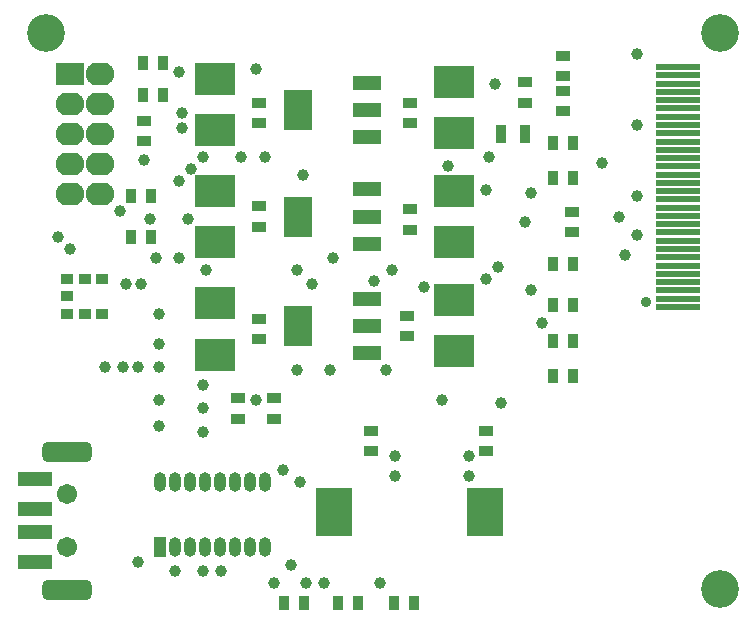
<source format=gbr>
G04*
G04 #@! TF.GenerationSoftware,Altium Limited,Altium Designer,24.4.1 (13)*
G04*
G04 Layer_Color=8388736*
%FSLAX44Y44*%
%MOMM*%
G71*
G04*
G04 #@! TF.SameCoordinates,79D782BA-BD90-4D4D-B637-5DB34664487F*
G04*
G04*
G04 #@! TF.FilePolarity,Negative*
G04*
G01*
G75*
%ADD14R,3.7032X0.6032*%
%ADD15R,0.9532X1.2032*%
%ADD16R,2.9032X1.2032*%
%ADD17O,1.0532X1.6532*%
%ADD18R,1.0532X1.6532*%
%ADD19R,3.0532X4.1532*%
%ADD20R,1.2032X0.9532*%
%ADD21R,1.0032X0.9032*%
%ADD22R,1.0032X0.9032*%
%ADD23R,2.3532X3.4532*%
%ADD24R,2.3532X1.2032*%
%ADD25R,0.9532X1.6032*%
%ADD26R,3.3532X2.7032*%
%ADD27O,2.4000X1.9400*%
%ADD28R,2.4000X1.9400*%
G04:AMPARAMS|DCode=29|XSize=4.2032mm|YSize=1.7032mm|CornerRadius=0.4766mm|HoleSize=0mm|Usage=FLASHONLY|Rotation=180.000|XOffset=0mm|YOffset=0mm|HoleType=Round|Shape=RoundedRectangle|*
%AMROUNDEDRECTD29*
21,1,4.2032,0.7500,0,0,180.0*
21,1,3.2500,1.7032,0,0,180.0*
1,1,0.9532,-1.6250,0.3750*
1,1,0.9532,1.6250,0.3750*
1,1,0.9532,1.6250,-0.3750*
1,1,0.9532,-1.6250,-0.3750*
%
%ADD29ROUNDEDRECTD29*%
%ADD30C,1.7032*%
%ADD31C,3.2032*%
%ADD32C,1.0032*%
%ADD33C,0.9032*%
D14*
X1335000Y1018500D02*
D03*
Y1025500D02*
D03*
Y1032500D02*
D03*
Y1039500D02*
D03*
Y1046500D02*
D03*
Y1053500D02*
D03*
Y1060500D02*
D03*
Y1067500D02*
D03*
Y1074500D02*
D03*
Y1081500D02*
D03*
Y1088500D02*
D03*
Y1095500D02*
D03*
Y1102500D02*
D03*
Y1109500D02*
D03*
Y1116500D02*
D03*
Y1123500D02*
D03*
Y1130500D02*
D03*
Y1137500D02*
D03*
Y1144500D02*
D03*
Y1151500D02*
D03*
Y1158500D02*
D03*
Y1165500D02*
D03*
Y1172500D02*
D03*
Y1179500D02*
D03*
Y1186500D02*
D03*
Y1193500D02*
D03*
Y1200500D02*
D03*
Y1207500D02*
D03*
Y1214500D02*
D03*
Y1221500D02*
D03*
D15*
X1018500Y767500D02*
D03*
X1001500D02*
D03*
X871500Y1112500D02*
D03*
X888500D02*
D03*
X881500Y1225000D02*
D03*
X898500D02*
D03*
X1046500Y767500D02*
D03*
X1063500D02*
D03*
X1094000D02*
D03*
X1111000D02*
D03*
X1246000Y1157500D02*
D03*
X1229000D02*
D03*
X1246000Y1127500D02*
D03*
X1229000D02*
D03*
X1246000Y1055000D02*
D03*
X1229000D02*
D03*
X1246000Y1020000D02*
D03*
X1229000D02*
D03*
X1229000Y990000D02*
D03*
X1246000D02*
D03*
X1229000Y960000D02*
D03*
X1246000D02*
D03*
X881500Y1197500D02*
D03*
X898500D02*
D03*
X871500Y1077500D02*
D03*
X888500D02*
D03*
D16*
X790500Y827500D02*
D03*
Y802500D02*
D03*
Y847500D02*
D03*
Y872500D02*
D03*
D17*
X985400Y870000D02*
D03*
X972700D02*
D03*
X960000D02*
D03*
X947300D02*
D03*
X934600D02*
D03*
X921900D02*
D03*
X909200D02*
D03*
X896500D02*
D03*
X985400Y815500D02*
D03*
X972700D02*
D03*
X960000D02*
D03*
X947300D02*
D03*
X934600D02*
D03*
X921900D02*
D03*
X909200D02*
D03*
D18*
X896500D02*
D03*
D19*
X1043250Y845000D02*
D03*
X1171750D02*
D03*
D20*
X1172500Y896500D02*
D03*
Y913500D02*
D03*
X1075000Y896500D02*
D03*
Y913500D02*
D03*
X1237500Y1201000D02*
D03*
Y1184000D02*
D03*
Y1231000D02*
D03*
Y1214000D02*
D03*
X1245000Y1098500D02*
D03*
Y1081500D02*
D03*
X992500Y924000D02*
D03*
Y941000D02*
D03*
X962500Y924000D02*
D03*
Y941000D02*
D03*
X882500Y1176000D02*
D03*
Y1159000D02*
D03*
X1205000Y1208500D02*
D03*
Y1191500D02*
D03*
X980000Y1174000D02*
D03*
Y1191000D02*
D03*
X1107500Y1174000D02*
D03*
Y1191000D02*
D03*
X980000Y1086500D02*
D03*
Y1103500D02*
D03*
X1107500Y1084000D02*
D03*
Y1101000D02*
D03*
X1105000Y994000D02*
D03*
Y1011000D02*
D03*
X980000Y991500D02*
D03*
Y1008500D02*
D03*
D21*
X847500Y1012500D02*
D03*
X832500D02*
D03*
X817500D02*
D03*
Y1027500D02*
D03*
X847500Y1042500D02*
D03*
X832500D02*
D03*
D22*
X817500D02*
D03*
D23*
X1013250Y1002500D02*
D03*
Y1185000D02*
D03*
Y1095000D02*
D03*
D24*
X1071750Y1025500D02*
D03*
Y1002500D02*
D03*
Y979500D02*
D03*
Y1208000D02*
D03*
Y1185000D02*
D03*
Y1162000D02*
D03*
Y1118000D02*
D03*
Y1095000D02*
D03*
Y1072000D02*
D03*
D25*
X1205500Y1165000D02*
D03*
X1184500D02*
D03*
D26*
X1145000Y1209250D02*
D03*
Y1165750D02*
D03*
X942500Y1116750D02*
D03*
Y1073250D02*
D03*
X1145000Y1116750D02*
D03*
Y1073250D02*
D03*
Y1024250D02*
D03*
Y980750D02*
D03*
X942500Y1021500D02*
D03*
Y978000D02*
D03*
Y1168250D02*
D03*
Y1211750D02*
D03*
D27*
X845400Y1114200D02*
D03*
Y1139600D02*
D03*
Y1165000D02*
D03*
Y1190400D02*
D03*
Y1215800D02*
D03*
X820000Y1114200D02*
D03*
Y1139600D02*
D03*
Y1165000D02*
D03*
Y1190400D02*
D03*
D28*
Y1215800D02*
D03*
D29*
X817500Y779000D02*
D03*
Y896000D02*
D03*
D30*
Y815000D02*
D03*
Y860000D02*
D03*
D31*
X800000Y1250000D02*
D03*
X1370000D02*
D03*
Y780000D02*
D03*
D32*
X1220000Y1005000D02*
D03*
X1210000Y1032500D02*
D03*
X1205000Y1090000D02*
D03*
X1015000Y870000D02*
D03*
X1000000Y880000D02*
D03*
X1095000Y875000D02*
D03*
Y892500D02*
D03*
X1157500Y875000D02*
D03*
Y892500D02*
D03*
X932500Y912500D02*
D03*
X1285000Y1095000D02*
D03*
X1290000Y1062500D02*
D03*
X1300000Y1112500D02*
D03*
X1140000Y1137500D02*
D03*
X1182500Y1052500D02*
D03*
X1210000Y1115000D02*
D03*
X1172500Y1042500D02*
D03*
X1120000Y1035000D02*
D03*
X1092500Y1050000D02*
D03*
X1077500Y1040000D02*
D03*
X920000Y1092500D02*
D03*
X912500Y1060000D02*
D03*
X892500D02*
D03*
X922500Y1135000D02*
D03*
X895000Y1012500D02*
D03*
Y967500D02*
D03*
Y917500D02*
D03*
Y987500D02*
D03*
Y940000D02*
D03*
X912500Y1125000D02*
D03*
X887500Y1092500D02*
D03*
X880000Y1037500D02*
D03*
X915000Y1182500D02*
D03*
Y1170000D02*
D03*
X977500Y1220000D02*
D03*
X912500Y1217500D02*
D03*
X965000Y1145000D02*
D03*
X932500D02*
D03*
X1017500Y1130000D02*
D03*
X1007500Y800000D02*
D03*
X947500Y795000D02*
D03*
X850000Y967500D02*
D03*
X867500Y1037500D02*
D03*
X865000Y967500D02*
D03*
X877500D02*
D03*
X992500Y785000D02*
D03*
X1020000D02*
D03*
X1035000D02*
D03*
X1082500D02*
D03*
X1185000Y937500D02*
D03*
X862500Y1100000D02*
D03*
X810000Y1077500D02*
D03*
X820000Y1067500D02*
D03*
X935000Y1050000D02*
D03*
X985000Y1145000D02*
D03*
X1175000D02*
D03*
X1180000Y1207500D02*
D03*
X882500Y1142500D02*
D03*
X1042500Y1060000D02*
D03*
X1012500Y1050000D02*
D03*
X1025000Y1037500D02*
D03*
X932500Y795000D02*
D03*
X909200D02*
D03*
X877500Y802500D02*
D03*
X932500Y952500D02*
D03*
Y932500D02*
D03*
X977500Y940000D02*
D03*
X1040000Y965000D02*
D03*
X1012500D02*
D03*
X1087500D02*
D03*
X1135000Y940000D02*
D03*
X1172500Y1117500D02*
D03*
X1300000Y1232500D02*
D03*
Y1172500D02*
D03*
X1270000Y1140000D02*
D03*
X1300000Y1079656D02*
D03*
D33*
X1307500Y1022500D02*
D03*
M02*

</source>
